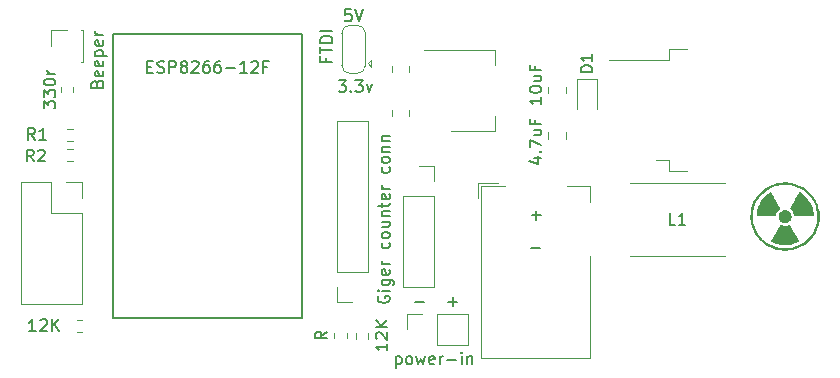
<source format=gbr>
%TF.GenerationSoftware,KiCad,Pcbnew,6.0.11-2627ca5db0~126~ubuntu20.04.1*%
%TF.CreationDate,2023-04-18T17:20:39+02:00*%
%TF.ProjectId,Giger-counter-addon,47696765-722d-4636-9f75-6e7465722d61,rev?*%
%TF.SameCoordinates,Original*%
%TF.FileFunction,Legend,Top*%
%TF.FilePolarity,Positive*%
%FSLAX46Y46*%
G04 Gerber Fmt 4.6, Leading zero omitted, Abs format (unit mm)*
G04 Created by KiCad (PCBNEW 6.0.11-2627ca5db0~126~ubuntu20.04.1) date 2023-04-18 17:20:39*
%MOMM*%
%LPD*%
G01*
G04 APERTURE LIST*
%ADD10C,0.150000*%
%ADD11C,0.120000*%
G04 APERTURE END LIST*
D10*
X131444047Y-116721428D02*
X132205952Y-116721428D01*
X131825000Y-117102380D02*
X131825000Y-116340476D01*
X131419047Y-119521428D02*
X132180952Y-119521428D01*
X121613095Y-124071428D02*
X122375000Y-124071428D01*
X124375000Y-124071428D02*
X125136904Y-124071428D01*
X124755952Y-124452380D02*
X124755952Y-123690476D01*
X94653571Y-105601190D02*
X94701190Y-105458333D01*
X94748809Y-105410714D01*
X94844047Y-105363095D01*
X94986904Y-105363095D01*
X95082142Y-105410714D01*
X95129761Y-105458333D01*
X95177380Y-105553571D01*
X95177380Y-105934523D01*
X94177380Y-105934523D01*
X94177380Y-105601190D01*
X94225000Y-105505952D01*
X94272619Y-105458333D01*
X94367857Y-105410714D01*
X94463095Y-105410714D01*
X94558333Y-105458333D01*
X94605952Y-105505952D01*
X94653571Y-105601190D01*
X94653571Y-105934523D01*
X95129761Y-104553571D02*
X95177380Y-104648809D01*
X95177380Y-104839285D01*
X95129761Y-104934523D01*
X95034523Y-104982142D01*
X94653571Y-104982142D01*
X94558333Y-104934523D01*
X94510714Y-104839285D01*
X94510714Y-104648809D01*
X94558333Y-104553571D01*
X94653571Y-104505952D01*
X94748809Y-104505952D01*
X94844047Y-104982142D01*
X95129761Y-103696428D02*
X95177380Y-103791666D01*
X95177380Y-103982142D01*
X95129761Y-104077380D01*
X95034523Y-104125000D01*
X94653571Y-104125000D01*
X94558333Y-104077380D01*
X94510714Y-103982142D01*
X94510714Y-103791666D01*
X94558333Y-103696428D01*
X94653571Y-103648809D01*
X94748809Y-103648809D01*
X94844047Y-104125000D01*
X94510714Y-103220238D02*
X95510714Y-103220238D01*
X94558333Y-103220238D02*
X94510714Y-103125000D01*
X94510714Y-102934523D01*
X94558333Y-102839285D01*
X94605952Y-102791666D01*
X94701190Y-102744047D01*
X94986904Y-102744047D01*
X95082142Y-102791666D01*
X95129761Y-102839285D01*
X95177380Y-102934523D01*
X95177380Y-103125000D01*
X95129761Y-103220238D01*
X95129761Y-101934523D02*
X95177380Y-102029761D01*
X95177380Y-102220238D01*
X95129761Y-102315476D01*
X95034523Y-102363095D01*
X94653571Y-102363095D01*
X94558333Y-102315476D01*
X94510714Y-102220238D01*
X94510714Y-102029761D01*
X94558333Y-101934523D01*
X94653571Y-101886904D01*
X94748809Y-101886904D01*
X94844047Y-102363095D01*
X95177380Y-101458333D02*
X94510714Y-101458333D01*
X94701190Y-101458333D02*
X94605952Y-101410714D01*
X94558333Y-101363095D01*
X94510714Y-101267857D01*
X94510714Y-101172619D01*
X115096428Y-105302380D02*
X115715476Y-105302380D01*
X115382142Y-105683333D01*
X115525000Y-105683333D01*
X115620238Y-105730952D01*
X115667857Y-105778571D01*
X115715476Y-105873809D01*
X115715476Y-106111904D01*
X115667857Y-106207142D01*
X115620238Y-106254761D01*
X115525000Y-106302380D01*
X115239285Y-106302380D01*
X115144047Y-106254761D01*
X115096428Y-106207142D01*
X116144047Y-106207142D02*
X116191666Y-106254761D01*
X116144047Y-106302380D01*
X116096428Y-106254761D01*
X116144047Y-106207142D01*
X116144047Y-106302380D01*
X116525000Y-105302380D02*
X117144047Y-105302380D01*
X116810714Y-105683333D01*
X116953571Y-105683333D01*
X117048809Y-105730952D01*
X117096428Y-105778571D01*
X117144047Y-105873809D01*
X117144047Y-106111904D01*
X117096428Y-106207142D01*
X117048809Y-106254761D01*
X116953571Y-106302380D01*
X116667857Y-106302380D01*
X116572619Y-106254761D01*
X116525000Y-106207142D01*
X117477380Y-105635714D02*
X117715476Y-106302380D01*
X117953571Y-105635714D01*
X116159523Y-99302380D02*
X115683333Y-99302380D01*
X115635714Y-99778571D01*
X115683333Y-99730952D01*
X115778571Y-99683333D01*
X116016666Y-99683333D01*
X116111904Y-99730952D01*
X116159523Y-99778571D01*
X116207142Y-99873809D01*
X116207142Y-100111904D01*
X116159523Y-100207142D01*
X116111904Y-100254761D01*
X116016666Y-100302380D01*
X115778571Y-100302380D01*
X115683333Y-100254761D01*
X115635714Y-100207142D01*
X116492857Y-99302380D02*
X116826190Y-100302380D01*
X117159523Y-99302380D01*
%TO.C,U3*%
X98909761Y-104148571D02*
X99243095Y-104148571D01*
X99385952Y-104672380D02*
X98909761Y-104672380D01*
X98909761Y-103672380D01*
X99385952Y-103672380D01*
X99766904Y-104624761D02*
X99909761Y-104672380D01*
X100147857Y-104672380D01*
X100243095Y-104624761D01*
X100290714Y-104577142D01*
X100338333Y-104481904D01*
X100338333Y-104386666D01*
X100290714Y-104291428D01*
X100243095Y-104243809D01*
X100147857Y-104196190D01*
X99957380Y-104148571D01*
X99862142Y-104100952D01*
X99814523Y-104053333D01*
X99766904Y-103958095D01*
X99766904Y-103862857D01*
X99814523Y-103767619D01*
X99862142Y-103720000D01*
X99957380Y-103672380D01*
X100195476Y-103672380D01*
X100338333Y-103720000D01*
X100766904Y-104672380D02*
X100766904Y-103672380D01*
X101147857Y-103672380D01*
X101243095Y-103720000D01*
X101290714Y-103767619D01*
X101338333Y-103862857D01*
X101338333Y-104005714D01*
X101290714Y-104100952D01*
X101243095Y-104148571D01*
X101147857Y-104196190D01*
X100766904Y-104196190D01*
X101909761Y-104100952D02*
X101814523Y-104053333D01*
X101766904Y-104005714D01*
X101719285Y-103910476D01*
X101719285Y-103862857D01*
X101766904Y-103767619D01*
X101814523Y-103720000D01*
X101909761Y-103672380D01*
X102100238Y-103672380D01*
X102195476Y-103720000D01*
X102243095Y-103767619D01*
X102290714Y-103862857D01*
X102290714Y-103910476D01*
X102243095Y-104005714D01*
X102195476Y-104053333D01*
X102100238Y-104100952D01*
X101909761Y-104100952D01*
X101814523Y-104148571D01*
X101766904Y-104196190D01*
X101719285Y-104291428D01*
X101719285Y-104481904D01*
X101766904Y-104577142D01*
X101814523Y-104624761D01*
X101909761Y-104672380D01*
X102100238Y-104672380D01*
X102195476Y-104624761D01*
X102243095Y-104577142D01*
X102290714Y-104481904D01*
X102290714Y-104291428D01*
X102243095Y-104196190D01*
X102195476Y-104148571D01*
X102100238Y-104100952D01*
X102671666Y-103767619D02*
X102719285Y-103720000D01*
X102814523Y-103672380D01*
X103052619Y-103672380D01*
X103147857Y-103720000D01*
X103195476Y-103767619D01*
X103243095Y-103862857D01*
X103243095Y-103958095D01*
X103195476Y-104100952D01*
X102624047Y-104672380D01*
X103243095Y-104672380D01*
X104100238Y-103672380D02*
X103909761Y-103672380D01*
X103814523Y-103720000D01*
X103766904Y-103767619D01*
X103671666Y-103910476D01*
X103624047Y-104100952D01*
X103624047Y-104481904D01*
X103671666Y-104577142D01*
X103719285Y-104624761D01*
X103814523Y-104672380D01*
X104005000Y-104672380D01*
X104100238Y-104624761D01*
X104147857Y-104577142D01*
X104195476Y-104481904D01*
X104195476Y-104243809D01*
X104147857Y-104148571D01*
X104100238Y-104100952D01*
X104005000Y-104053333D01*
X103814523Y-104053333D01*
X103719285Y-104100952D01*
X103671666Y-104148571D01*
X103624047Y-104243809D01*
X105052619Y-103672380D02*
X104862142Y-103672380D01*
X104766904Y-103720000D01*
X104719285Y-103767619D01*
X104624047Y-103910476D01*
X104576428Y-104100952D01*
X104576428Y-104481904D01*
X104624047Y-104577142D01*
X104671666Y-104624761D01*
X104766904Y-104672380D01*
X104957380Y-104672380D01*
X105052619Y-104624761D01*
X105100238Y-104577142D01*
X105147857Y-104481904D01*
X105147857Y-104243809D01*
X105100238Y-104148571D01*
X105052619Y-104100952D01*
X104957380Y-104053333D01*
X104766904Y-104053333D01*
X104671666Y-104100952D01*
X104624047Y-104148571D01*
X104576428Y-104243809D01*
X105576428Y-104291428D02*
X106338333Y-104291428D01*
X107338333Y-104672380D02*
X106766904Y-104672380D01*
X107052619Y-104672380D02*
X107052619Y-103672380D01*
X106957380Y-103815238D01*
X106862142Y-103910476D01*
X106766904Y-103958095D01*
X107719285Y-103767619D02*
X107766904Y-103720000D01*
X107862142Y-103672380D01*
X108100238Y-103672380D01*
X108195476Y-103720000D01*
X108243095Y-103767619D01*
X108290714Y-103862857D01*
X108290714Y-103958095D01*
X108243095Y-104100952D01*
X107671666Y-104672380D01*
X108290714Y-104672380D01*
X109052619Y-104148571D02*
X108719285Y-104148571D01*
X108719285Y-104672380D02*
X108719285Y-103672380D01*
X109195476Y-103672380D01*
%TO.C,R5*%
X89469523Y-126532380D02*
X88898095Y-126532380D01*
X89183809Y-126532380D02*
X89183809Y-125532380D01*
X89088571Y-125675238D01*
X88993333Y-125770476D01*
X88898095Y-125818095D01*
X89850476Y-125627619D02*
X89898095Y-125580000D01*
X89993333Y-125532380D01*
X90231428Y-125532380D01*
X90326666Y-125580000D01*
X90374285Y-125627619D01*
X90421904Y-125722857D01*
X90421904Y-125818095D01*
X90374285Y-125960952D01*
X89802857Y-126532380D01*
X90421904Y-126532380D01*
X90850476Y-126532380D02*
X90850476Y-125532380D01*
X91421904Y-126532380D02*
X90993333Y-125960952D01*
X91421904Y-125532380D02*
X90850476Y-126103809D01*
%TO.C,R3*%
X114112380Y-126597734D02*
X113636190Y-126931067D01*
X114112380Y-127169162D02*
X113112380Y-127169162D01*
X113112380Y-126788210D01*
X113160000Y-126692972D01*
X113207619Y-126645353D01*
X113302857Y-126597734D01*
X113445714Y-126597734D01*
X113540952Y-126645353D01*
X113588571Y-126692972D01*
X113636190Y-126788210D01*
X113636190Y-127169162D01*
%TO.C,J3*%
X118470000Y-123583809D02*
X118422380Y-123679047D01*
X118422380Y-123821904D01*
X118470000Y-123964761D01*
X118565238Y-124060000D01*
X118660476Y-124107619D01*
X118850952Y-124155238D01*
X118993809Y-124155238D01*
X119184285Y-124107619D01*
X119279523Y-124060000D01*
X119374761Y-123964761D01*
X119422380Y-123821904D01*
X119422380Y-123726666D01*
X119374761Y-123583809D01*
X119327142Y-123536190D01*
X118993809Y-123536190D01*
X118993809Y-123726666D01*
X119422380Y-123107619D02*
X118755714Y-123107619D01*
X118422380Y-123107619D02*
X118470000Y-123155238D01*
X118517619Y-123107619D01*
X118470000Y-123060000D01*
X118422380Y-123107619D01*
X118517619Y-123107619D01*
X118755714Y-122202857D02*
X119565238Y-122202857D01*
X119660476Y-122250476D01*
X119708095Y-122298095D01*
X119755714Y-122393333D01*
X119755714Y-122536190D01*
X119708095Y-122631428D01*
X119374761Y-122202857D02*
X119422380Y-122298095D01*
X119422380Y-122488571D01*
X119374761Y-122583809D01*
X119327142Y-122631428D01*
X119231904Y-122679047D01*
X118946190Y-122679047D01*
X118850952Y-122631428D01*
X118803333Y-122583809D01*
X118755714Y-122488571D01*
X118755714Y-122298095D01*
X118803333Y-122202857D01*
X119374761Y-121345714D02*
X119422380Y-121440952D01*
X119422380Y-121631428D01*
X119374761Y-121726666D01*
X119279523Y-121774285D01*
X118898571Y-121774285D01*
X118803333Y-121726666D01*
X118755714Y-121631428D01*
X118755714Y-121440952D01*
X118803333Y-121345714D01*
X118898571Y-121298095D01*
X118993809Y-121298095D01*
X119089047Y-121774285D01*
X119422380Y-120869523D02*
X118755714Y-120869523D01*
X118946190Y-120869523D02*
X118850952Y-120821904D01*
X118803333Y-120774285D01*
X118755714Y-120679047D01*
X118755714Y-120583809D01*
X119374761Y-119060000D02*
X119422380Y-119155238D01*
X119422380Y-119345714D01*
X119374761Y-119440952D01*
X119327142Y-119488571D01*
X119231904Y-119536190D01*
X118946190Y-119536190D01*
X118850952Y-119488571D01*
X118803333Y-119440952D01*
X118755714Y-119345714D01*
X118755714Y-119155238D01*
X118803333Y-119060000D01*
X119422380Y-118488571D02*
X119374761Y-118583809D01*
X119327142Y-118631428D01*
X119231904Y-118679047D01*
X118946190Y-118679047D01*
X118850952Y-118631428D01*
X118803333Y-118583809D01*
X118755714Y-118488571D01*
X118755714Y-118345714D01*
X118803333Y-118250476D01*
X118850952Y-118202857D01*
X118946190Y-118155238D01*
X119231904Y-118155238D01*
X119327142Y-118202857D01*
X119374761Y-118250476D01*
X119422380Y-118345714D01*
X119422380Y-118488571D01*
X118755714Y-117298095D02*
X119422380Y-117298095D01*
X118755714Y-117726666D02*
X119279523Y-117726666D01*
X119374761Y-117679047D01*
X119422380Y-117583809D01*
X119422380Y-117440952D01*
X119374761Y-117345714D01*
X119327142Y-117298095D01*
X118755714Y-116821904D02*
X119422380Y-116821904D01*
X118850952Y-116821904D02*
X118803333Y-116774285D01*
X118755714Y-116679047D01*
X118755714Y-116536190D01*
X118803333Y-116440952D01*
X118898571Y-116393333D01*
X119422380Y-116393333D01*
X118755714Y-116060000D02*
X118755714Y-115679047D01*
X118422380Y-115917142D02*
X119279523Y-115917142D01*
X119374761Y-115869523D01*
X119422380Y-115774285D01*
X119422380Y-115679047D01*
X119374761Y-114964761D02*
X119422380Y-115060000D01*
X119422380Y-115250476D01*
X119374761Y-115345714D01*
X119279523Y-115393333D01*
X118898571Y-115393333D01*
X118803333Y-115345714D01*
X118755714Y-115250476D01*
X118755714Y-115060000D01*
X118803333Y-114964761D01*
X118898571Y-114917142D01*
X118993809Y-114917142D01*
X119089047Y-115393333D01*
X119422380Y-114488571D02*
X118755714Y-114488571D01*
X118946190Y-114488571D02*
X118850952Y-114440952D01*
X118803333Y-114393333D01*
X118755714Y-114298095D01*
X118755714Y-114202857D01*
X119374761Y-112679047D02*
X119422380Y-112774285D01*
X119422380Y-112964761D01*
X119374761Y-113060000D01*
X119327142Y-113107619D01*
X119231904Y-113155238D01*
X118946190Y-113155238D01*
X118850952Y-113107619D01*
X118803333Y-113060000D01*
X118755714Y-112964761D01*
X118755714Y-112774285D01*
X118803333Y-112679047D01*
X119422380Y-112107619D02*
X119374761Y-112202857D01*
X119327142Y-112250476D01*
X119231904Y-112298095D01*
X118946190Y-112298095D01*
X118850952Y-112250476D01*
X118803333Y-112202857D01*
X118755714Y-112107619D01*
X118755714Y-111964761D01*
X118803333Y-111869523D01*
X118850952Y-111821904D01*
X118946190Y-111774285D01*
X119231904Y-111774285D01*
X119327142Y-111821904D01*
X119374761Y-111869523D01*
X119422380Y-111964761D01*
X119422380Y-112107619D01*
X118755714Y-111345714D02*
X119422380Y-111345714D01*
X118850952Y-111345714D02*
X118803333Y-111298095D01*
X118755714Y-111202857D01*
X118755714Y-111060000D01*
X118803333Y-110964761D01*
X118898571Y-110917142D01*
X119422380Y-110917142D01*
X118755714Y-110440952D02*
X119422380Y-110440952D01*
X118850952Y-110440952D02*
X118803333Y-110393333D01*
X118755714Y-110298095D01*
X118755714Y-110155238D01*
X118803333Y-110060000D01*
X118898571Y-110012380D01*
X119422380Y-110012380D01*
%TO.C,J4*%
X114038571Y-103406190D02*
X114038571Y-103739523D01*
X114562380Y-103739523D02*
X113562380Y-103739523D01*
X113562380Y-103263333D01*
X113562380Y-103025238D02*
X113562380Y-102453809D01*
X114562380Y-102739523D02*
X113562380Y-102739523D01*
X114562380Y-102120476D02*
X113562380Y-102120476D01*
X113562380Y-101882380D01*
X113610000Y-101739523D01*
X113705238Y-101644285D01*
X113800476Y-101596666D01*
X113990952Y-101549047D01*
X114133809Y-101549047D01*
X114324285Y-101596666D01*
X114419523Y-101644285D01*
X114514761Y-101739523D01*
X114562380Y-101882380D01*
X114562380Y-102120476D01*
X114562380Y-101120476D02*
X113562380Y-101120476D01*
%TO.C,R2*%
X89283333Y-112172380D02*
X88950000Y-111696190D01*
X88711904Y-112172380D02*
X88711904Y-111172380D01*
X89092857Y-111172380D01*
X89188095Y-111220000D01*
X89235714Y-111267619D01*
X89283333Y-111362857D01*
X89283333Y-111505714D01*
X89235714Y-111600952D01*
X89188095Y-111648571D01*
X89092857Y-111696190D01*
X88711904Y-111696190D01*
X89664285Y-111267619D02*
X89711904Y-111220000D01*
X89807142Y-111172380D01*
X90045238Y-111172380D01*
X90140476Y-111220000D01*
X90188095Y-111267619D01*
X90235714Y-111362857D01*
X90235714Y-111458095D01*
X90188095Y-111600952D01*
X89616666Y-112172380D01*
X90235714Y-112172380D01*
%TO.C,C1*%
X132278380Y-106735428D02*
X132278380Y-107306857D01*
X132278380Y-107021142D02*
X131278380Y-107021142D01*
X131421238Y-107116380D01*
X131516476Y-107211619D01*
X131564095Y-107306857D01*
X131278380Y-106116380D02*
X131278380Y-106021142D01*
X131326000Y-105925904D01*
X131373619Y-105878285D01*
X131468857Y-105830666D01*
X131659333Y-105783047D01*
X131897428Y-105783047D01*
X132087904Y-105830666D01*
X132183142Y-105878285D01*
X132230761Y-105925904D01*
X132278380Y-106021142D01*
X132278380Y-106116380D01*
X132230761Y-106211619D01*
X132183142Y-106259238D01*
X132087904Y-106306857D01*
X131897428Y-106354476D01*
X131659333Y-106354476D01*
X131468857Y-106306857D01*
X131373619Y-106259238D01*
X131326000Y-106211619D01*
X131278380Y-106116380D01*
X131611714Y-104925904D02*
X132278380Y-104925904D01*
X131611714Y-105354476D02*
X132135523Y-105354476D01*
X132230761Y-105306857D01*
X132278380Y-105211619D01*
X132278380Y-105068761D01*
X132230761Y-104973523D01*
X132183142Y-104925904D01*
X131754571Y-104116380D02*
X131754571Y-104449714D01*
X132278380Y-104449714D02*
X131278380Y-104449714D01*
X131278380Y-103973523D01*
%TO.C,R6*%
X90122380Y-107695238D02*
X90122380Y-107076190D01*
X90503333Y-107409523D01*
X90503333Y-107266666D01*
X90550952Y-107171428D01*
X90598571Y-107123809D01*
X90693809Y-107076190D01*
X90931904Y-107076190D01*
X91027142Y-107123809D01*
X91074761Y-107171428D01*
X91122380Y-107266666D01*
X91122380Y-107552380D01*
X91074761Y-107647619D01*
X91027142Y-107695238D01*
X90122380Y-106742857D02*
X90122380Y-106123809D01*
X90503333Y-106457142D01*
X90503333Y-106314285D01*
X90550952Y-106219047D01*
X90598571Y-106171428D01*
X90693809Y-106123809D01*
X90931904Y-106123809D01*
X91027142Y-106171428D01*
X91074761Y-106219047D01*
X91122380Y-106314285D01*
X91122380Y-106600000D01*
X91074761Y-106695238D01*
X91027142Y-106742857D01*
X90122380Y-105504761D02*
X90122380Y-105409523D01*
X90170000Y-105314285D01*
X90217619Y-105266666D01*
X90312857Y-105219047D01*
X90503333Y-105171428D01*
X90741428Y-105171428D01*
X90931904Y-105219047D01*
X91027142Y-105266666D01*
X91074761Y-105314285D01*
X91122380Y-105409523D01*
X91122380Y-105504761D01*
X91074761Y-105600000D01*
X91027142Y-105647619D01*
X90931904Y-105695238D01*
X90741428Y-105742857D01*
X90503333Y-105742857D01*
X90312857Y-105695238D01*
X90217619Y-105647619D01*
X90170000Y-105600000D01*
X90122380Y-105504761D01*
X91122380Y-104742857D02*
X90455714Y-104742857D01*
X90646190Y-104742857D02*
X90550952Y-104695238D01*
X90503333Y-104647619D01*
X90455714Y-104552380D01*
X90455714Y-104457142D01*
%TO.C,C2*%
X131611714Y-111894761D02*
X132278380Y-111894761D01*
X131230761Y-112132857D02*
X131945047Y-112370952D01*
X131945047Y-111751904D01*
X132183142Y-111370952D02*
X132230761Y-111323333D01*
X132278380Y-111370952D01*
X132230761Y-111418571D01*
X132183142Y-111370952D01*
X132278380Y-111370952D01*
X131278380Y-110990000D02*
X131278380Y-110323333D01*
X132278380Y-110751904D01*
X131611714Y-109513809D02*
X132278380Y-109513809D01*
X131611714Y-109942380D02*
X132135523Y-109942380D01*
X132230761Y-109894761D01*
X132278380Y-109799523D01*
X132278380Y-109656666D01*
X132230761Y-109561428D01*
X132183142Y-109513809D01*
X131754571Y-108704285D02*
X131754571Y-109037619D01*
X132278380Y-109037619D02*
X131278380Y-109037619D01*
X131278380Y-108561428D01*
%TO.C,J5*%
X119961904Y-128675714D02*
X119961904Y-129675714D01*
X119961904Y-128723333D02*
X120057142Y-128675714D01*
X120247619Y-128675714D01*
X120342857Y-128723333D01*
X120390476Y-128770952D01*
X120438095Y-128866190D01*
X120438095Y-129151904D01*
X120390476Y-129247142D01*
X120342857Y-129294761D01*
X120247619Y-129342380D01*
X120057142Y-129342380D01*
X119961904Y-129294761D01*
X121009523Y-129342380D02*
X120914285Y-129294761D01*
X120866666Y-129247142D01*
X120819047Y-129151904D01*
X120819047Y-128866190D01*
X120866666Y-128770952D01*
X120914285Y-128723333D01*
X121009523Y-128675714D01*
X121152380Y-128675714D01*
X121247619Y-128723333D01*
X121295238Y-128770952D01*
X121342857Y-128866190D01*
X121342857Y-129151904D01*
X121295238Y-129247142D01*
X121247619Y-129294761D01*
X121152380Y-129342380D01*
X121009523Y-129342380D01*
X121676190Y-128675714D02*
X121866666Y-129342380D01*
X122057142Y-128866190D01*
X122247619Y-129342380D01*
X122438095Y-128675714D01*
X123200000Y-129294761D02*
X123104761Y-129342380D01*
X122914285Y-129342380D01*
X122819047Y-129294761D01*
X122771428Y-129199523D01*
X122771428Y-128818571D01*
X122819047Y-128723333D01*
X122914285Y-128675714D01*
X123104761Y-128675714D01*
X123200000Y-128723333D01*
X123247619Y-128818571D01*
X123247619Y-128913809D01*
X122771428Y-129009047D01*
X123676190Y-129342380D02*
X123676190Y-128675714D01*
X123676190Y-128866190D02*
X123723809Y-128770952D01*
X123771428Y-128723333D01*
X123866666Y-128675714D01*
X123961904Y-128675714D01*
X124295238Y-128961428D02*
X125057142Y-128961428D01*
X125533333Y-129342380D02*
X125533333Y-128675714D01*
X125533333Y-128342380D02*
X125485714Y-128390000D01*
X125533333Y-128437619D01*
X125580952Y-128390000D01*
X125533333Y-128342380D01*
X125533333Y-128437619D01*
X126009523Y-128675714D02*
X126009523Y-129342380D01*
X126009523Y-128770952D02*
X126057142Y-128723333D01*
X126152380Y-128675714D01*
X126295238Y-128675714D01*
X126390476Y-128723333D01*
X126438095Y-128818571D01*
X126438095Y-129342380D01*
%TO.C,R4*%
X119242380Y-127597734D02*
X119242380Y-128169162D01*
X119242380Y-127883448D02*
X118242380Y-127883448D01*
X118385238Y-127978686D01*
X118480476Y-128073924D01*
X118528095Y-128169162D01*
X118337619Y-127216781D02*
X118290000Y-127169162D01*
X118242380Y-127073924D01*
X118242380Y-126835829D01*
X118290000Y-126740591D01*
X118337619Y-126692972D01*
X118432857Y-126645353D01*
X118528095Y-126645353D01*
X118670952Y-126692972D01*
X119242380Y-127264400D01*
X119242380Y-126645353D01*
X119242380Y-126216781D02*
X118242380Y-126216781D01*
X119242380Y-125645353D02*
X118670952Y-126073924D01*
X118242380Y-125645353D02*
X118813809Y-126216781D01*
%TO.C,R1*%
X89383333Y-110342380D02*
X89050000Y-109866190D01*
X88811904Y-110342380D02*
X88811904Y-109342380D01*
X89192857Y-109342380D01*
X89288095Y-109390000D01*
X89335714Y-109437619D01*
X89383333Y-109532857D01*
X89383333Y-109675714D01*
X89335714Y-109770952D01*
X89288095Y-109818571D01*
X89192857Y-109866190D01*
X88811904Y-109866190D01*
X90335714Y-110342380D02*
X89764285Y-110342380D01*
X90050000Y-110342380D02*
X90050000Y-109342380D01*
X89954761Y-109485238D01*
X89859523Y-109580476D01*
X89764285Y-109628095D01*
%TO.C,D1*%
X136596380Y-104624095D02*
X135596380Y-104624095D01*
X135596380Y-104386000D01*
X135644000Y-104243142D01*
X135739238Y-104147904D01*
X135834476Y-104100285D01*
X136024952Y-104052666D01*
X136167809Y-104052666D01*
X136358285Y-104100285D01*
X136453523Y-104147904D01*
X136548761Y-104243142D01*
X136596380Y-104386000D01*
X136596380Y-104624095D01*
X136596380Y-103100285D02*
X136596380Y-103671714D01*
X136596380Y-103386000D02*
X135596380Y-103386000D01*
X135739238Y-103481238D01*
X135834476Y-103576476D01*
X135882095Y-103671714D01*
%TO.C,L1*%
X143616333Y-117546380D02*
X143140142Y-117546380D01*
X143140142Y-116546380D01*
X144473476Y-117546380D02*
X143902047Y-117546380D01*
X144187761Y-117546380D02*
X144187761Y-116546380D01*
X144092523Y-116689238D01*
X143997285Y-116784476D01*
X143902047Y-116832095D01*
D11*
%TO.C,U2*%
X128380000Y-109580000D02*
X128380000Y-108320000D01*
X122370000Y-102760000D02*
X128380000Y-102760000D01*
X124620000Y-109580000D02*
X128380000Y-109580000D01*
X128380000Y-102760000D02*
X128380000Y-104020000D01*
D10*
%TO.C,U3*%
X112005000Y-101420000D02*
X112005000Y-125420000D01*
X96005000Y-125420000D02*
X96005000Y-101420000D01*
X96005000Y-101420000D02*
X112005000Y-101420000D01*
X112005000Y-125420000D02*
X96005000Y-125420000D01*
D11*
%TO.C,R5*%
X93397258Y-126632500D02*
X92922742Y-126632500D01*
X93397258Y-125587500D02*
X92922742Y-125587500D01*
%TO.C,R3*%
X116567500Y-126712742D02*
X116567500Y-127187258D01*
X117612500Y-126712742D02*
X117612500Y-127187258D01*
%TO.C,J3*%
X120540000Y-115140000D02*
X123200000Y-115140000D01*
X123200000Y-112540000D02*
X123200000Y-113870000D01*
X123200000Y-115140000D02*
X123200000Y-122820000D01*
X120540000Y-122820000D02*
X123200000Y-122820000D01*
X121870000Y-112540000D02*
X123200000Y-112540000D01*
X120540000Y-115140000D02*
X120540000Y-122820000D01*
%TO.C,J4*%
X117600000Y-121510000D02*
X117600000Y-108750000D01*
X116270000Y-124110000D02*
X114940000Y-124110000D01*
X117600000Y-121510000D02*
X114940000Y-121510000D01*
X114940000Y-124110000D02*
X114940000Y-122780000D01*
X114940000Y-121510000D02*
X114940000Y-108750000D01*
X117600000Y-108750000D02*
X114940000Y-108750000D01*
%TO.C,C3*%
X121085000Y-108331252D02*
X121085000Y-107808748D01*
X119615000Y-108331252D02*
X119615000Y-107808748D01*
%TO.C,R2*%
X92112742Y-111127500D02*
X92587258Y-111127500D01*
X92112742Y-112172500D02*
X92587258Y-112172500D01*
%TO.C,C4*%
X119615000Y-104118748D02*
X119615000Y-104641252D01*
X121085000Y-104118748D02*
X121085000Y-104641252D01*
%TO.C,G\u002A\u002A\u002A*%
G36*
X154142186Y-114751973D02*
G01*
X154158727Y-114761767D01*
X154187555Y-114779953D01*
X154224354Y-114803773D01*
X154258000Y-114825943D01*
X154433568Y-114954105D01*
X154594461Y-115095695D01*
X154740920Y-115250990D01*
X154873187Y-115420263D01*
X154991506Y-115603790D01*
X155068654Y-115745822D01*
X155159008Y-115944965D01*
X155229684Y-116145492D01*
X155281005Y-116348605D01*
X155313292Y-116555505D01*
X155324705Y-116702500D01*
X155331111Y-116840000D01*
X153690666Y-116840000D01*
X153679764Y-116755548D01*
X153654000Y-116630759D01*
X153610379Y-116513972D01*
X153549711Y-116406575D01*
X153472807Y-116309959D01*
X153380476Y-116225513D01*
X153363000Y-116212243D01*
X153334082Y-116189993D01*
X153312805Y-116171912D01*
X153303188Y-116161449D01*
X153303000Y-116160738D01*
X153307897Y-116151174D01*
X153322094Y-116125614D01*
X153344844Y-116085355D01*
X153375404Y-116031698D01*
X153413029Y-115965939D01*
X153456972Y-115889378D01*
X153506491Y-115803313D01*
X153560839Y-115709044D01*
X153619273Y-115607868D01*
X153681047Y-115501084D01*
X153712186Y-115447320D01*
X153785904Y-115320139D01*
X153850298Y-115209200D01*
X153906037Y-115113422D01*
X153953789Y-115031721D01*
X153994224Y-114963015D01*
X154028012Y-114906223D01*
X154055821Y-114860263D01*
X154078320Y-114824051D01*
X154096180Y-114796507D01*
X154110068Y-114776547D01*
X154120655Y-114763091D01*
X154128609Y-114755055D01*
X154134599Y-114751357D01*
X154139296Y-114750916D01*
X154142186Y-114751973D01*
G37*
G36*
X149975183Y-116720888D02*
G01*
X149978715Y-116616787D01*
X149985310Y-116522796D01*
X149995549Y-116434017D01*
X150010011Y-116345550D01*
X150029276Y-116252497D01*
X150053924Y-116149958D01*
X150057454Y-116136068D01*
X150125401Y-115909867D01*
X150211340Y-115691392D01*
X150314459Y-115481557D01*
X150433946Y-115281272D01*
X150568989Y-115091451D01*
X150718777Y-114913006D01*
X150882497Y-114746850D01*
X151059337Y-114593895D01*
X151248487Y-114455054D01*
X151449133Y-114331239D01*
X151660464Y-114223363D01*
X151819150Y-114155931D01*
X152012305Y-114088577D01*
X152216259Y-114032525D01*
X152424272Y-113989466D01*
X152568000Y-113968045D01*
X152622591Y-113963040D01*
X152692719Y-113959282D01*
X152773959Y-113956772D01*
X152861886Y-113955510D01*
X152952076Y-113955496D01*
X153040103Y-113956730D01*
X153121544Y-113959211D01*
X153191973Y-113962941D01*
X153246966Y-113967918D01*
X153248000Y-113968045D01*
X153491266Y-114007848D01*
X153727315Y-114065656D01*
X153955352Y-114140907D01*
X154174582Y-114233039D01*
X154384211Y-114341490D01*
X154583443Y-114465699D01*
X154771486Y-114605105D01*
X154947543Y-114759145D01*
X155110820Y-114927257D01*
X155260523Y-115108881D01*
X155395857Y-115303454D01*
X155516027Y-115510415D01*
X155563769Y-115605000D01*
X155655350Y-115814783D01*
X155728986Y-116028197D01*
X155785745Y-116248693D01*
X155819496Y-116431068D01*
X155826721Y-116480447D01*
X155832245Y-116526366D01*
X155836284Y-116572742D01*
X155839051Y-116623492D01*
X155840760Y-116682533D01*
X155841627Y-116753782D01*
X155841865Y-116840000D01*
X155840816Y-116959111D01*
X155837284Y-117063212D01*
X155830689Y-117157203D01*
X155820450Y-117245982D01*
X155805988Y-117334449D01*
X155786723Y-117427502D01*
X155762075Y-117530041D01*
X155758545Y-117543931D01*
X155690598Y-117770132D01*
X155604659Y-117988607D01*
X155501540Y-118198442D01*
X155382053Y-118398727D01*
X155247010Y-118588548D01*
X155097222Y-118766993D01*
X154933502Y-118933149D01*
X154756662Y-119086104D01*
X154567512Y-119224945D01*
X154366866Y-119348760D01*
X154155535Y-119456636D01*
X153996849Y-119524068D01*
X153768394Y-119602711D01*
X153531583Y-119663631D01*
X153296790Y-119705195D01*
X153256120Y-119709593D01*
X153201084Y-119713754D01*
X153135477Y-119717559D01*
X153063096Y-119720888D01*
X152987734Y-119723622D01*
X152913187Y-119725641D01*
X152843249Y-119726825D01*
X152781716Y-119727055D01*
X152732382Y-119726212D01*
X152699042Y-119724176D01*
X152698000Y-119724057D01*
X152672797Y-119721217D01*
X152634104Y-119717001D01*
X152588321Y-119712103D01*
X152563000Y-119709429D01*
X152477324Y-119698157D01*
X152379684Y-119681548D01*
X152276944Y-119661012D01*
X152175967Y-119637956D01*
X152083617Y-119613789D01*
X152052544Y-119604706D01*
X151821734Y-119524735D01*
X151600670Y-119427749D01*
X151390091Y-119314379D01*
X151190738Y-119185254D01*
X151003352Y-119041002D01*
X150828673Y-118882254D01*
X150667442Y-118709638D01*
X150520399Y-118523783D01*
X150388286Y-118325320D01*
X150271842Y-118114877D01*
X150252230Y-118075000D01*
X150160649Y-117865216D01*
X150087013Y-117651802D01*
X150030254Y-117431306D01*
X149996503Y-117248931D01*
X149989278Y-117199552D01*
X149983754Y-117153633D01*
X149979715Y-117107257D01*
X149976948Y-117056507D01*
X149975239Y-116997466D01*
X149974372Y-116926217D01*
X149974254Y-116883429D01*
X150176597Y-116883429D01*
X150189948Y-117102718D01*
X150221686Y-117320463D01*
X150271593Y-117535457D01*
X150339447Y-117746492D01*
X150425028Y-117952361D01*
X150528118Y-118151855D01*
X150648495Y-118343767D01*
X150764220Y-118500000D01*
X150807899Y-118551685D01*
X150863015Y-118612196D01*
X150925619Y-118677582D01*
X150991762Y-118743894D01*
X151057492Y-118807182D01*
X151118860Y-118863495D01*
X151171917Y-118908885D01*
X151178000Y-118913779D01*
X151366671Y-119051507D01*
X151566244Y-119172826D01*
X151775426Y-119277179D01*
X151992922Y-119364008D01*
X152217438Y-119432755D01*
X152447680Y-119482863D01*
X152528000Y-119495694D01*
X152684452Y-119514265D01*
X152834471Y-119523026D01*
X152985611Y-119522126D01*
X153145425Y-119511715D01*
X153178000Y-119508614D01*
X153406857Y-119476105D01*
X153630369Y-119425093D01*
X153847486Y-119356280D01*
X154057161Y-119270371D01*
X154258343Y-119168070D01*
X154449986Y-119050080D01*
X154631040Y-118917104D01*
X154800456Y-118769847D01*
X154957187Y-118609011D01*
X155100183Y-118435302D01*
X155228396Y-118249421D01*
X155336693Y-118060000D01*
X155435831Y-117847806D01*
X155515589Y-117631993D01*
X155575870Y-117413146D01*
X155616578Y-117191847D01*
X155637616Y-116968679D01*
X155638885Y-116744228D01*
X155620290Y-116519075D01*
X155607596Y-116430971D01*
X155562046Y-116210712D01*
X155497401Y-115993696D01*
X155414522Y-115781862D01*
X155314272Y-115577151D01*
X155197513Y-115381502D01*
X155065106Y-115196855D01*
X155051779Y-115180000D01*
X155008100Y-115128314D01*
X154952984Y-115067803D01*
X154890380Y-115002417D01*
X154824237Y-114936105D01*
X154758507Y-114872817D01*
X154697139Y-114816504D01*
X154644082Y-114771114D01*
X154638000Y-114766220D01*
X154448932Y-114627877D01*
X154251699Y-114507288D01*
X154047407Y-114404500D01*
X153837163Y-114319562D01*
X153622073Y-114252520D01*
X153403243Y-114203424D01*
X153181779Y-114172320D01*
X152958788Y-114159256D01*
X152735375Y-114164281D01*
X152512648Y-114187441D01*
X152291712Y-114228785D01*
X152073674Y-114288361D01*
X151859639Y-114366216D01*
X151650714Y-114462398D01*
X151448006Y-114576955D01*
X151373000Y-114625206D01*
X151279316Y-114689920D01*
X151194799Y-114753797D01*
X151113952Y-114821379D01*
X151031279Y-114897208D01*
X150962497Y-114964497D01*
X150812194Y-115126076D01*
X150679471Y-115293233D01*
X150562840Y-115468370D01*
X150460812Y-115653889D01*
X150371899Y-115852192D01*
X150311474Y-116015000D01*
X150249073Y-116228383D01*
X150205939Y-116445054D01*
X150181854Y-116663805D01*
X150176597Y-116883429D01*
X149974254Y-116883429D01*
X149974134Y-116840000D01*
X149975183Y-116720888D01*
G37*
G36*
X153302252Y-117521351D02*
G01*
X153308454Y-117531351D01*
X153323612Y-117557075D01*
X153346821Y-117596937D01*
X153377173Y-117649355D01*
X153413761Y-117712742D01*
X153455677Y-117785516D01*
X153502015Y-117866091D01*
X153551868Y-117952883D01*
X153604327Y-118044307D01*
X153658487Y-118138781D01*
X153713439Y-118234718D01*
X153768277Y-118330535D01*
X153822093Y-118424647D01*
X153873980Y-118515470D01*
X153923031Y-118601420D01*
X153968339Y-118680912D01*
X154008997Y-118752362D01*
X154044097Y-118814185D01*
X154072733Y-118864798D01*
X154093996Y-118902615D01*
X154106981Y-118926052D01*
X154110836Y-118933508D01*
X154103135Y-118942621D01*
X154079929Y-118957986D01*
X154044174Y-118978157D01*
X153998824Y-119001691D01*
X153946834Y-119027143D01*
X153891160Y-119053068D01*
X153834757Y-119078022D01*
X153780579Y-119100561D01*
X153731583Y-119119240D01*
X153728905Y-119120195D01*
X153602441Y-119162345D01*
X153484519Y-119195331D01*
X153369802Y-119220080D01*
X153252952Y-119237517D01*
X153128634Y-119248569D01*
X152991509Y-119254162D01*
X152953000Y-119254837D01*
X152884626Y-119255557D01*
X152820734Y-119255855D01*
X152764797Y-119255744D01*
X152720294Y-119255238D01*
X152690698Y-119254350D01*
X152683000Y-119253812D01*
X152492045Y-119226695D01*
X152301604Y-119185356D01*
X152119226Y-119131485D01*
X152087094Y-119120324D01*
X152038375Y-119101828D01*
X151984338Y-119079406D01*
X151927934Y-119054502D01*
X151872115Y-119028559D01*
X151819834Y-119003022D01*
X151774044Y-118979335D01*
X151737695Y-118958942D01*
X151713741Y-118943287D01*
X151705134Y-118933813D01*
X151705163Y-118933508D01*
X151710242Y-118923809D01*
X151724386Y-118898357D01*
X151746688Y-118858737D01*
X151776240Y-118806534D01*
X151812136Y-118743332D01*
X151853468Y-118670715D01*
X151899329Y-118590268D01*
X151948812Y-118503575D01*
X152001010Y-118412220D01*
X152055015Y-118317788D01*
X152109921Y-118221863D01*
X152164819Y-118126030D01*
X152218804Y-118031873D01*
X152270967Y-117940976D01*
X152320402Y-117854923D01*
X152366202Y-117775299D01*
X152407458Y-117703689D01*
X152443265Y-117641677D01*
X152472715Y-117590846D01*
X152494900Y-117552782D01*
X152508913Y-117529069D01*
X152513747Y-117521351D01*
X152523790Y-117523188D01*
X152547583Y-117531316D01*
X152580503Y-117544118D01*
X152589982Y-117548010D01*
X152665784Y-117577074D01*
X152732559Y-117596534D01*
X152797875Y-117607946D01*
X152869303Y-117612865D01*
X152908000Y-117613377D01*
X152985052Y-117611023D01*
X153052358Y-117602923D01*
X153117488Y-117587522D01*
X153188011Y-117563264D01*
X153226017Y-117548010D01*
X153260553Y-117534258D01*
X153287162Y-117524760D01*
X153301223Y-117521133D01*
X153302252Y-117521351D01*
G37*
G36*
X151683010Y-114752065D02*
G01*
X151689512Y-114756935D01*
X151698176Y-114766464D01*
X151709672Y-114781735D01*
X151724667Y-114803829D01*
X151743832Y-114833829D01*
X151767835Y-114872816D01*
X151797345Y-114921873D01*
X151833033Y-114982082D01*
X151875567Y-115054526D01*
X151925615Y-115140285D01*
X151983849Y-115240443D01*
X152050935Y-115356082D01*
X152103813Y-115447320D01*
X152166946Y-115556369D01*
X152227103Y-115660444D01*
X152283539Y-115758247D01*
X152335508Y-115848478D01*
X152382266Y-115929840D01*
X152423067Y-116001033D01*
X152457168Y-116060760D01*
X152483824Y-116107720D01*
X152502288Y-116140617D01*
X152511818Y-116158151D01*
X152513000Y-116160738D01*
X152505522Y-116169730D01*
X152485770Y-116186868D01*
X152457762Y-116208703D01*
X152453000Y-116212243D01*
X152358082Y-116294443D01*
X152278452Y-116389053D01*
X152214917Y-116494684D01*
X152168290Y-116609947D01*
X152139379Y-116733451D01*
X152136235Y-116755548D01*
X152125333Y-116840000D01*
X150484888Y-116840000D01*
X150491294Y-116702500D01*
X150510512Y-116492251D01*
X150548541Y-116286627D01*
X150605701Y-116084425D01*
X150682314Y-115884445D01*
X150747345Y-115745822D01*
X150855708Y-115551796D01*
X150977845Y-115372223D01*
X151113997Y-115206828D01*
X151264408Y-115055336D01*
X151429319Y-114917472D01*
X151558000Y-114825943D01*
X151598142Y-114799534D01*
X151633913Y-114776460D01*
X151660995Y-114759480D01*
X151673813Y-114751973D01*
X151677999Y-114750771D01*
X151683010Y-114752065D01*
G37*
G36*
X152950888Y-116294367D02*
G01*
X153028071Y-116302838D01*
X153090573Y-116318339D01*
X153175770Y-116357720D01*
X153255269Y-116413547D01*
X153325645Y-116482394D01*
X153383473Y-116560837D01*
X153425328Y-116645452D01*
X153429660Y-116657426D01*
X153440705Y-116693367D01*
X153447725Y-116728238D01*
X153451529Y-116768375D01*
X153452928Y-116820116D01*
X153453000Y-116840000D01*
X153452195Y-116896752D01*
X153449243Y-116939887D01*
X153443332Y-116975743D01*
X153433653Y-117010658D01*
X153429660Y-117022573D01*
X153391063Y-117106209D01*
X153336325Y-117184792D01*
X153268975Y-117254754D01*
X153192541Y-117312527D01*
X153110554Y-117354545D01*
X153095845Y-117360031D01*
X153041084Y-117374172D01*
X152975364Y-117383360D01*
X152905676Y-117387280D01*
X152839009Y-117385616D01*
X152782352Y-117378052D01*
X152769089Y-117374794D01*
X152671049Y-117337603D01*
X152582732Y-117284563D01*
X152506160Y-117217537D01*
X152443355Y-117138391D01*
X152396340Y-117048988D01*
X152386057Y-117021725D01*
X152370076Y-116955868D01*
X152362167Y-116879045D01*
X152362324Y-116798584D01*
X152370540Y-116721816D01*
X152386339Y-116657426D01*
X152425720Y-116572229D01*
X152481547Y-116492730D01*
X152550394Y-116422354D01*
X152628837Y-116364526D01*
X152713452Y-116322671D01*
X152725426Y-116318339D01*
X152792188Y-116302118D01*
X152869801Y-116294128D01*
X152950888Y-116294367D01*
G37*
%TO.C,C1*%
X134335000Y-105838748D02*
X134335000Y-106361252D01*
X132865000Y-105838748D02*
X132865000Y-106361252D01*
%TO.C,J1*%
X88190000Y-113940000D02*
X88190000Y-124220000D01*
X90790000Y-116540000D02*
X93390000Y-116540000D01*
X90790000Y-113940000D02*
X90790000Y-116540000D01*
X88190000Y-113940000D02*
X90790000Y-113940000D01*
X92060000Y-113940000D02*
X93390000Y-113940000D01*
X93390000Y-116540000D02*
X93390000Y-124220000D01*
X93390000Y-113940000D02*
X93390000Y-115270000D01*
X88190000Y-124220000D02*
X93390000Y-124220000D01*
%TO.C,R6*%
X91577500Y-105862742D02*
X91577500Y-106337258D01*
X92622500Y-105862742D02*
X92622500Y-106337258D01*
%TO.C,J6*%
X136400000Y-114300000D02*
X136400000Y-115600000D01*
X126900000Y-114000000D02*
X126900000Y-115300000D01*
X134400000Y-114300000D02*
X136400000Y-114300000D01*
X127200000Y-128800000D02*
X127200000Y-114300000D01*
X128600000Y-114000000D02*
X126900000Y-114000000D01*
X136400000Y-128800000D02*
X127200000Y-128800000D01*
X136400000Y-120200000D02*
X136400000Y-128800000D01*
X127200000Y-114300000D02*
X129200000Y-114300000D01*
%TO.C,C2*%
X134339000Y-110243252D02*
X134339000Y-109720748D01*
X132869000Y-110243252D02*
X132869000Y-109720748D01*
%TO.C,J5*%
X120870000Y-126400000D02*
X120870000Y-125070000D01*
X120870000Y-125070000D02*
X122200000Y-125070000D01*
X123470000Y-127730000D02*
X123470000Y-125070000D01*
X123470000Y-125070000D02*
X126070000Y-125070000D01*
X126070000Y-127730000D02*
X126070000Y-125070000D01*
X123470000Y-127730000D02*
X126070000Y-127730000D01*
%TO.C,J2*%
X93330000Y-103730000D02*
X93450000Y-103730000D01*
X90790000Y-101070000D02*
X92120000Y-101070000D01*
X93450000Y-103730000D02*
X93450000Y-101070000D01*
X90790000Y-102400000D02*
X90790000Y-101070000D01*
X93330000Y-101070000D02*
X93450000Y-101070000D01*
%TO.C,R4*%
X114737500Y-127157258D02*
X114737500Y-126682742D01*
X115782500Y-127157258D02*
X115782500Y-126682742D01*
%TO.C,R1*%
X92112742Y-109397500D02*
X92587258Y-109397500D01*
X92112742Y-110442500D02*
X92587258Y-110442500D01*
%TO.C,D1*%
X136994000Y-105180000D02*
X135294000Y-105180000D01*
X135294000Y-105180000D02*
X135294000Y-107730000D01*
X136994000Y-105180000D02*
X136994000Y-107730000D01*
%TO.C,L1*%
X139783000Y-120194000D02*
X147783000Y-120194000D01*
X139783000Y-113994000D02*
X147783000Y-113994000D01*
%TO.C,JP1*%
X117570000Y-103880000D02*
X117870000Y-104180000D01*
X116670000Y-104730000D02*
X116070000Y-104730000D01*
X117370000Y-101280000D02*
X117370000Y-104080000D01*
X117870000Y-104180000D02*
X117870000Y-103580000D01*
X116070000Y-100630000D02*
X116670000Y-100630000D01*
X117570000Y-103880000D02*
X117870000Y-103580000D01*
X115370000Y-104080000D02*
X115370000Y-101280000D01*
X116070000Y-100630000D02*
G75*
G03*
X115370000Y-101330000I0J-700000D01*
G01*
X116670000Y-104730000D02*
G75*
G03*
X117370000Y-104030000I1J699999D01*
G01*
X115370000Y-104030000D02*
G75*
G03*
X116070000Y-104730000I699999J-1D01*
G01*
X117370000Y-101330000D02*
G75*
G03*
X116670000Y-100630000I-700000J0D01*
G01*
%TO.C,U1*%
X144600000Y-113020000D02*
X143100000Y-113020000D01*
X143100000Y-102620000D02*
X143100000Y-103570000D01*
X143100000Y-103570000D02*
X137975000Y-103570000D01*
X144600000Y-102620000D02*
X143100000Y-102620000D01*
X143100000Y-113020000D02*
X143100000Y-112070000D01*
X143100000Y-112070000D02*
X142000000Y-112070000D01*
%TD*%
M02*

</source>
